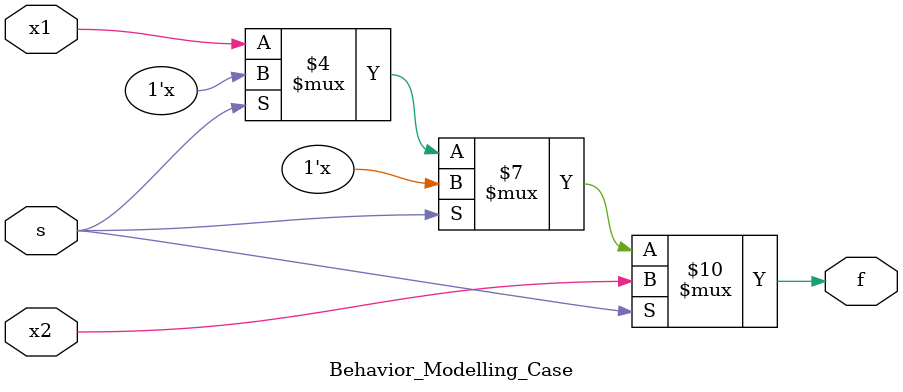
<source format=v>
`timescale 1ns / 1ps

// Author : Venu Pabbuleti 
// ID     : N180116
//Branch  : ECE
//Project : RTL design using Verilog
//Design  : Behavioral Modeling style
//Module  : Behavior_Modelling_Case
//RGUKT NUZVID 
//////////////////////////////////////////////////////////////////////////////////


module Behavior_Modelling_Case(x1,x2,s,f);
input x1,x2,s;
output reg f;

always@(x1,x2,s) 
begin
    if(s)
        f=x2;
    else if(!s)
        f=x1;
    else
        f=1'bx;
end
endmodule

 

</source>
